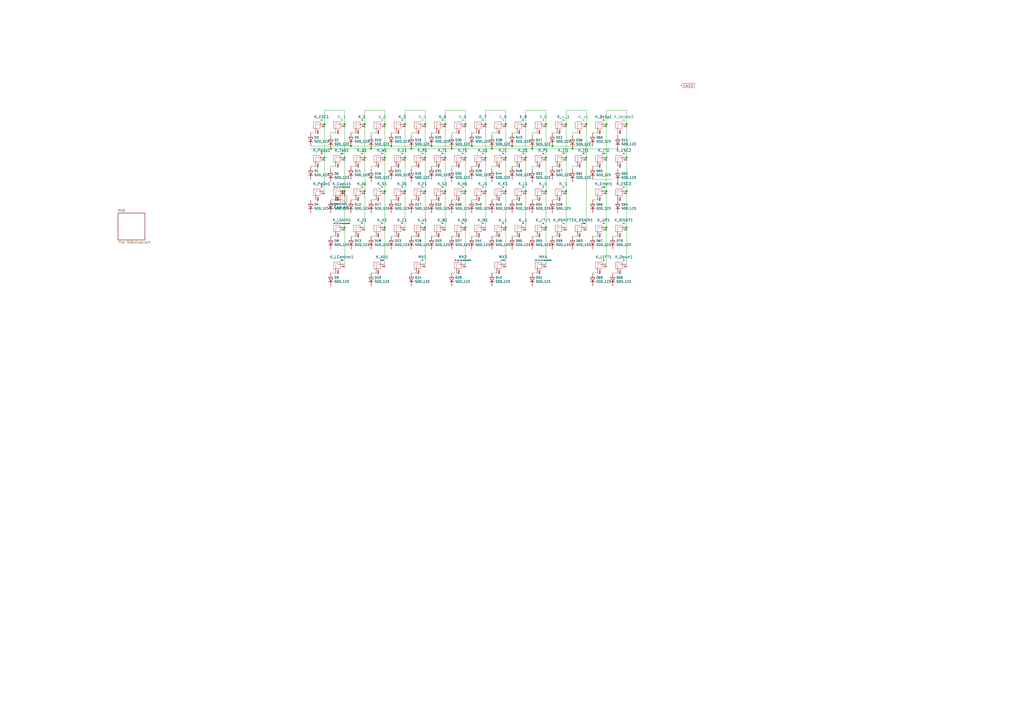
<source format=kicad_sch>
(kicad_sch (version 20211123) (generator eeschema)
  (paper "A2")
  (lib_symbols
    (symbol "Device:D" (pin_numbers hide) (pin_names (offset 1.016) hide)
      (property "Reference" "D" (at 0 2.54 0))
      (property "Value" "D" (at 0 -2.54 0))
      (symbol "D_0_1"
        (polyline (pts (xy -1.27 1.27) (xy -1.27 -1.27)) (stroke (width 0.254)))
        (polyline (pts (xy 1.27 0) (xy -1.27 0)))
        (polyline (pts (xy 1.27 1.27) (xy 1.27 -1.27) (xy -1.27 0) (xy 1.27 1.27)) (stroke (width 0.254)))
      )
      (symbol "D_1_1"
        (pin passive line (at -3.81 0 0) (length 2.54) (name "K") (number "1"))
        (pin passive line (at 3.81 0 180) (length 2.54) (name "A") (number "2"))
      )
    )
    (symbol "SawnsProjectAlice-rescue:MX-NoLED-MX_Alps_Hybrid" (pin_names (offset 1.016))
      (property "Reference" "MX" (at -0.635 3.81 0))
      (property "Value" "MX-NoLED-MX_Alps_Hybrid" (at -0.635 1.27 0))
      (symbol "MX-NoLED-MX_Alps_Hybrid_0_0"
        (rectangle (start -2.54 2.54) (end 1.27 -1.27))
        (polyline (pts (xy -1.27 -1.27) (xy -1.27 1.27)) (stroke (width 0.127)))
        (polyline (pts (xy 1.27 1.27) (xy 0 1.27) (xy -1.27 1.905)) (stroke (width 0.127)))
        (text "COL" (at 3.175 0 0) (effects (font (size 0.762 0.762))))
        (text "ROW" (at 0 -1.905 900) (effects (font (size 0.762 0.762)) (justify right)))
      )
      (symbol "MX-NoLED-MX_Alps_Hybrid_1_1"
        (pin passive line (at 3.81 1.27 180) (length 2.54) (name "COL") (number "1"))
        (pin passive line (at -1.27 -3.81 90) (length 2.54) (name "ROW") (number "2"))
      )
    )
  )
  (junction (at 270.002 110.871))
  (junction (at 188.214 72.009))
  (junction (at 199.898 91.44))
  (junction (at 246.634 110.871))
  (junction (at 293.37 131.953))
  (junction (at 258.318 72.009))
  (junction (at 293.37 91.44))
  (junction (at 234.95 72.009))
  (junction (at 316.738 131.953))
  (junction (at 316.738 91.44))
  (junction (at 340.106 72.009))
  (junction (at 211.582 110.871))
  (junction (at 293.37 110.871))
  (junction (at 246.634 131.953))
  (junction (at 281.686 110.871))
  (junction (at 340.106 91.44))
  (junction (at 270.002 91.44))
  (junction (at 285.369 86.233))
  (junction (at 246.634 91.44))
  (junction (at 363.474 110.871))
  (junction (at 305.054 91.44))
  (junction (at 191.897 86.233))
  (junction (at 258.318 110.871))
  (junction (at 270.002 72.009))
  (junction (at 270.002 131.953))
  (junction (at 188.214 91.44))
  (junction (at 223.266 110.871))
  (junction (at 316.738 72.009))
  (junction (at 328.422 110.871))
  (junction (at 194.818 115.951))
  (junction (at 250.317 84.709))
  (junction (at 308.737 86.233))
  (junction (at 238.633 86.233))
  (junction (at 351.79 72.009))
  (junction (at 351.79 91.44))
  (junction (at 363.474 72.009))
  (junction (at 258.318 91.44))
  (junction (at 262.001 86.233))
  (junction (at 273.685 84.709))
  (junction (at 199.898 110.871))
  (junction (at 281.686 91.44))
  (junction (at 211.582 91.44))
  (junction (at 203.581 84.709))
  (junction (at 199.898 72.009))
  (junction (at 281.686 72.009))
  (junction (at 328.422 91.44))
  (junction (at 316.738 110.871))
  (junction (at 226.949 84.709))
  (junction (at 363.474 91.44))
  (junction (at 351.79 131.953))
  (junction (at 351.79 110.871))
  (junction (at 234.95 91.44))
  (junction (at 363.474 131.953))
  (junction (at 234.95 110.871))
  (junction (at 223.266 131.953))
  (junction (at 246.634 72.009))
  (junction (at 199.898 131.953))
  (junction (at 223.266 91.44))
  (junction (at 223.266 72.009))
  (junction (at 320.421 84.709))
  (junction (at 211.582 72.009))
  (junction (at 328.422 72.009))
  (junction (at 332.105 86.233))
  (junction (at 305.054 110.871))
  (junction (at 293.37 72.009))
  (junction (at 215.265 86.233))
  (junction (at 305.054 72.009))
  (junction (at 297.053 84.709))
  (bus_entry (at 762 52.705) (size 2.54 2.54))
  (wire (pts (xy 281.686 72.009) (xy 281.686 64.008)))
  (wire (pts (xy 285.369 137.033) (xy 288.29 137.033)))
  (wire (pts (xy 332.105 77.089) (xy 332.105 78.613)))
  (wire (pts (xy 215.265 96.52) (xy 215.265 98.044)))
  (wire (pts (xy 355.473 137.033) (xy 358.394 137.033)))
  (wire (pts (xy 308.737 77.089) (xy 308.737 78.613)))
  (wire (pts (xy 262.001 86.233) (xy 285.369 86.233)))
  (wire (pts (xy 340.106 72.009) (xy 340.106 91.44)))
  (wire (pts (xy 297.053 115.951) (xy 299.974 115.951)))
  (wire (pts (xy 215.265 77.089) (xy 215.265 78.613)))
  (wire (pts (xy 246.634 91.44) (xy 246.634 110.871)))
  (wire (pts (xy 285.369 158.369) (xy 288.29 158.369)))
  (wire (pts (xy 223.266 72.009) (xy 223.266 91.44)))
  (wire (pts (xy 262.001 115.951) (xy 264.922 115.951)))
  (wire (pts (xy 305.054 72.009) (xy 305.054 91.44)))
  (wire (pts (xy 191.897 137.033) (xy 194.818 137.033)))
  (wire (pts (xy 270.002 64.008) (xy 270.002 72.009)))
  (wire (pts (xy 211.582 72.009) (xy 211.582 64.008)))
  (wire (pts (xy 188.214 91.44) (xy 188.214 110.871)))
  (wire (pts (xy 281.686 64.008) (xy 293.37 64.008)))
  (wire (pts (xy 270.002 72.009) (xy 270.002 91.44)))
  (wire (pts (xy 343.789 115.951) (xy 346.71 115.951)))
  (wire (pts (xy 226.949 115.951) (xy 229.87 115.951)))
  (wire (pts (xy 223.266 110.871) (xy 223.266 131.953)))
  (wire (pts (xy 273.685 137.033) (xy 276.606 137.033)))
  (wire (pts (xy 332.105 96.52) (xy 332.105 98.044)))
  (wire (pts (xy 340.106 91.44) (xy 340.106 131.953)))
  (wire (pts (xy 191.897 77.089) (xy 194.818 77.089)))
  (wire (pts (xy 351.79 64.008) (xy 363.474 64.008)))
  (wire (pts (xy 358.394 77.089) (xy 358.394 78.613)))
  (wire (pts (xy 332.105 96.52) (xy 335.026 96.52)))
  (wire (pts (xy 262.001 77.089) (xy 262.001 78.613)))
  (wire (pts (xy 343.789 77.089) (xy 346.71 77.089)))
  (wire (pts (xy 305.054 64.008) (xy 316.738 64.008)))
  (wire (pts (xy 223.266 131.953) (xy 223.266 153.289)))
  (wire (pts (xy 293.37 64.008) (xy 293.37 72.009)))
  (wire (pts (xy 234.95 110.871) (xy 234.95 131.953)))
  (wire (pts (xy 258.318 72.009) (xy 258.318 64.008)))
  (wire (pts (xy 234.95 72.009) (xy 234.95 64.008)))
  (wire (pts (xy 285.369 86.233) (xy 308.737 86.233)))
  (wire (pts (xy 273.685 77.089) (xy 276.606 77.089)))
  (wire (pts (xy 308.737 96.52) (xy 311.658 96.52)))
  (wire (pts (xy 305.054 91.44) (xy 305.054 110.871)))
  (wire (pts (xy 297.053 84.709) (xy 320.421 84.709)))
  (wire (pts (xy 223.266 91.44) (xy 223.266 110.871)))
  (wire (pts (xy 343.789 137.033) (xy 346.71 137.033)))
  (wire (pts (xy 285.369 96.52) (xy 285.369 98.044)))
  (wire (pts (xy 332.105 77.089) (xy 335.026 77.089)))
  (wire (pts (xy 320.421 96.52) (xy 323.342 96.52)))
  (wire (pts (xy 351.79 91.44) (xy 351.79 110.871)))
  (wire (pts (xy 203.708 137.033) (xy 206.502 137.033)))
  (wire (pts (xy 234.95 72.009) (xy 234.95 91.44)))
  (wire (pts (xy 262.001 77.089) (xy 264.922 77.089)))
  (wire (pts (xy 250.317 96.52) (xy 253.238 96.52)))
  (wire (pts (xy 188.214 72.009) (xy 188.214 91.44)))
  (wire (pts (xy 215.265 77.089) (xy 218.186 77.089)))
  (wire (pts (xy 199.898 110.871) (xy 199.898 131.953)))
  (wire (pts (xy 351.79 72.009) (xy 351.79 64.008)))
  (wire (pts (xy 328.422 91.44) (xy 328.422 110.871)))
  (wire (pts (xy 270.002 131.953) (xy 270.002 153.289)))
  (wire (pts (xy 188.214 64.008) (xy 199.898 64.008)))
  (wire (pts (xy 363.474 72.009) (xy 363.474 91.44)))
  (wire (pts (xy 250.317 77.089) (xy 253.238 77.089)))
  (wire (pts (xy 234.95 64.008) (xy 246.634 64.008)))
  (wire (pts (xy 215.265 115.951) (xy 218.186 115.951)))
  (wire (pts (xy 199.898 72.009) (xy 199.898 91.44)))
  (wire (pts (xy 320.421 84.709) (xy 343.789 84.709)))
  (wire (pts (xy 308.737 86.233) (xy 332.105 86.233)))
  (wire (pts (xy 226.949 137.033) (xy 229.87 137.033)))
  (wire (pts (xy 262.001 96.52) (xy 264.922 96.52)))
  (wire (pts (xy 270.002 91.44) (xy 270.002 110.871)))
  (wire (pts (xy 215.265 158.369) (xy 218.186 158.369)))
  (wire (pts (xy 320.421 137.033) (xy 323.342 137.033)))
  (wire (pts (xy 343.789 96.52) (xy 346.71 96.52)))
  (wire (pts (xy 246.634 110.871) (xy 246.634 131.953)))
  (wire (pts (xy 328.422 72.009) (xy 328.422 64.008)))
  (wire (pts (xy 316.738 131.953) (xy 316.738 153.289)))
  (wire (pts (xy 332.105 137.033) (xy 335.026 137.033)))
  (wire (pts (xy 363.474 110.871) (xy 363.474 131.953)))
  (wire (pts (xy 293.37 91.44) (xy 293.37 110.871)))
  (wire (pts (xy 320.421 77.089) (xy 323.342 77.089)))
  (wire (pts (xy 238.633 77.089) (xy 241.554 77.089)))
  (wire (pts (xy 308.737 115.951) (xy 311.658 115.951)))
  (wire (pts (xy 226.949 77.089) (xy 229.87 77.089)))
  (wire (pts (xy 363.474 64.008) (xy 363.474 72.009)))
  (wire (pts (xy 258.318 64.008) (xy 270.002 64.008)))
  (wire (pts (xy 180.213 96.52) (xy 183.134 96.52)))
  (wire (pts (xy 199.898 131.953) (xy 199.898 153.289)))
  (wire (pts (xy 328.422 110.871) (xy 328.422 131.953)))
  (wire (pts (xy 191.897 96.52) (xy 194.818 96.52)))
  (wire (pts (xy 273.685 115.951) (xy 276.606 115.951)))
  (wire (pts (xy 363.474 91.44) (xy 363.474 110.871)))
  (wire (pts (xy 211.582 72.009) (xy 211.582 91.44)))
  (wire (pts (xy 343.789 158.369) (xy 346.71 158.369)))
  (wire (pts (xy 351.79 131.953) (xy 351.79 153.289)))
  (wire (pts (xy 273.685 96.52) (xy 276.606 96.52)))
  (wire (pts (xy 215.265 137.033) (xy 218.186 137.033)))
  (wire (pts (xy 180.213 86.233) (xy 191.897 86.233)))
  (wire (pts (xy 316.738 91.44) (xy 316.738 110.871)))
  (wire (pts (xy 351.79 72.009) (xy 351.79 91.44)))
  (wire (pts (xy 297.053 137.033) (xy 299.974 137.033)))
  (wire (pts (xy 293.37 110.871) (xy 293.37 131.953)))
  (wire (pts (xy 203.581 84.709) (xy 226.949 84.709)))
  (wire (pts (xy 211.582 91.44) (xy 211.582 110.871)))
  (wire (pts (xy 343.789 104.14) (xy 355.473 104.14)))
  (wire (pts (xy 223.266 64.008) (xy 223.266 72.009)))
  (wire (pts (xy 285.369 77.089) (xy 288.29 77.089)))
  (wire (pts (xy 320.421 115.951) (xy 323.342 115.951)))
  (wire (pts (xy 226.949 84.709) (xy 250.317 84.709)))
  (wire (pts (xy 191.897 96.52) (xy 191.897 98.044)))
  (wire (pts (xy 308.737 96.52) (xy 308.737 98.044)))
  (wire (pts (xy 246.634 72.009) (xy 246.634 91.44)))
  (wire (pts (xy 250.317 137.033) (xy 253.238 137.033)))
  (wire (pts (xy 238.633 115.951) (xy 241.554 115.951)))
  (wire (pts (xy 238.633 86.233) (xy 262.001 86.233)))
  (wire (pts (xy 188.214 72.009) (xy 188.214 64.008)))
  (wire (pts (xy 250.317 84.709) (xy 273.685 84.709)))
  (wire (pts (xy 285.369 77.089) (xy 285.369 78.613)))
  (wire (pts (xy 281.686 110.871) (xy 281.686 131.953)))
  (wire (pts (xy 355.473 158.369) (xy 358.394 158.369)))
  (wire (pts (xy 297.053 96.52) (xy 299.974 96.52)))
  (wire (pts (xy 199.898 91.44) (xy 199.898 110.871)))
  (wire (pts (xy 211.582 110.871) (xy 211.582 131.953)))
  (wire (pts (xy 258.318 91.44) (xy 258.318 110.871)))
  (wire (pts (xy 191.897 86.233) (xy 215.265 86.233)))
  (wire (pts (xy 258.318 72.009) (xy 258.318 91.44)))
  (wire (pts (xy 246.634 131.953) (xy 246.634 153.289)))
  (wire (pts (xy 238.633 96.52) (xy 238.633 98.044)))
  (wire (pts (xy 203.581 115.951) (xy 206.502 115.951)))
  (wire (pts (xy 270.002 110.871) (xy 270.002 131.953)))
  (wire (pts (xy 234.95 91.44) (xy 234.95 110.871)))
  (wire (pts (xy 199.898 64.008) (xy 199.898 72.009)))
  (wire (pts (xy 316.738 72.009) (xy 316.738 91.44)))
  (wire (pts (xy 316.738 64.008) (xy 316.738 72.009)))
  (wire (pts (xy 238.633 158.369) (xy 241.554 158.369)))
  (wire (pts (xy 180.213 84.709) (xy 203.581 84.709)))
  (wire (pts (xy 340.106 64.008) (xy 340.106 72.009)))
  (wire (pts (xy 191.897 115.951) (xy 194.818 115.951)))
  (wire (pts (xy 297.053 77.089) (xy 299.974 77.089)))
  (wire (pts (xy 328.422 64.008) (xy 340.106 64.008)))
  (wire (pts (xy 246.634 64.008) (xy 246.634 72.009)))
  (wire (pts (xy 203.581 96.52) (xy 206.502 96.52)))
  (wire (pts (xy 285.369 96.52) (xy 288.29 96.52)))
  (wire (pts (xy 215.265 96.52) (xy 218.186 96.52)))
  (wire (pts (xy 351.79 110.871) (xy 351.79 131.953)))
  (wire (pts (xy 226.949 96.52) (xy 229.87 96.52)))
  (wire (pts (xy 363.474 131.953) (xy 363.474 153.289)))
  (wire (pts (xy 211.582 64.008) (xy 223.266 64.008)))
  (wire (pts (xy 308.737 158.369) (xy 311.658 158.369)))
  (wire (pts (xy 258.318 110.871) (xy 258.318 131.953)))
  (wire (pts (xy 281.686 91.44) (xy 281.686 110.871)))
  (wire (pts (xy 328.422 72.009) (xy 328.422 91.44)))
  (wire (pts (xy 180.213 77.089) (xy 183.134 77.089)))
  (wire (pts (xy 293.37 131.953) (xy 293.37 153.289)))
  (wire (pts (xy 191.897 158.369) (xy 194.818 158.369)))
  (wire (pts (xy 238.633 96.52) (xy 241.554 96.52)))
  (wire (pts (xy 262.001 137.033) (xy 264.922 137.033)))
  (wire (pts (xy 262.001 96.52) (xy 262.001 98.044)))
  (wire (pts (xy 238.633 137.033) (xy 241.554 137.033)))
  (wire (pts (xy 305.054 72.009) (xy 305.054 64.008)))
  (wire (pts (xy 238.633 77.089) (xy 238.633 78.613)))
  (wire (pts (xy 293.37 72.009) (xy 293.37 91.44)))
  (wire (pts (xy 308.737 137.033) (xy 311.658 137.033)))
  (wire (pts (xy 191.897 77.089) (xy 191.897 78.613)))
  (wire (pts (xy 203.581 77.089) (xy 206.502 77.089)))
  (wire (pts (xy 305.054 110.871) (xy 305.054 131.953)))
  (wire (pts (xy 250.317 115.951) (xy 253.238 115.951)))
  (wire (pts (xy 281.686 72.009) (xy 281.686 91.44)))
  (wire (pts (xy 215.265 86.233) (xy 238.633 86.233)))
  (wire (pts (xy 316.738 110.871) (xy 316.738 131.953)))
  (wire (pts (xy 332.105 86.233) (xy 358.394 86.233)))
  (wire (pts (xy 273.685 84.709) (xy 297.053 84.709)))
  (wire (pts (xy 308.737 77.089) (xy 311.658 77.089)))
  (wire (pts (xy 285.369 115.951) (xy 288.29 115.951)))
  (wire (pts (xy 262.001 158.369) (xy 264.922 158.369)))
  (global_label "Col13" (shape input) (at 394.97 49.53 0) (property "Intersheet References" "${INTERSHEET_REFS}" (effects hide)))
  (symbol (lib_id "SawnsProjectAlice-rescue:MX-NoLED-MX_Alps_Hybrid") (at 198.628 114.681 180) (unit 1)
    (property "Reference" "K_CapLk2" (at 196.4436 120.1928 0) (effects (font (size 1.524 1.524))))
    (property "Value" "MX-1U-MX_Alps_Hybrids" (at 196.4436 118.3132 0) (effects (font (size 0.508 0.508))))
  )
  (symbol (lib_id "SawnsProjectAlice-rescue:MX-NoLED-MX_Alps_Hybrid") (at 184.404 73.279 0) (unit 1)
    (property "Reference" "K_ESC1" (at 186.5884 67.7672 0) (effects (font (size 1.524 1.524))))
    (property "Value" "1U" (at 186.5884 69.6468 0) (effects (font (size 0.508 0.508))))
    (property "Footprint" "MX_Only_v4:MXOnly-1U-Hotswap-Sawns" (effects hide))
  )
  (symbol (lib_id "SawnsProjectAlice-rescue:MX-NoLED-MX_Alps_Hybrid") (at 184.404 92.71 0) (unit 1)
    (property "Reference" "K_PgUp1" (at 186.5884 87.1982 0) (effects (font (size 1.524 1.524))))
    (property "Value" "1U" (at 186.5884 89.0778 0) (effects (font (size 0.508 0.508))))
    (property "Footprint" "MX_Only_v4:MXOnly-1U-Hotswap-Sawns" (effects hide))
  )
  (symbol (lib_id "SawnsProjectAlice-rescue:MX-NoLED-MX_Alps_Hybrid") (at 196.088 133.223 0) (unit 1)
    (property "Reference" "K_LShift1" (at 198.2724 127.7112 0) (effects (font (size 1.524 1.524))))
    (property "Value" "MX-1U-MX_Alps_Hybrids" (at 198.2724 129.5908 0) (effects (font (size 0.508 0.508))))
    (property "Footprint" "MX_Only_v4:MXOnly-2.25U-Hotswap-ReversedStabilizers-Sawns" (effects hide))
  )
  (symbol (lib_id "SawnsProjectAlice-rescue:MX-NoLED-MX_Alps_Hybrid") (at 196.088 154.559 0) (unit 1)
    (property "Reference" "K_LControl1" (at 198.2724 149.0472 0) (effects (font (size 1.524 1.524))))
    (property "Value" "1.5U" (at 198.2724 150.9268 0) (effects (font (size 0.508 0.508))))
    (property "Footprint" "MX_Only_v4:MXOnly-1.5U-Hotswap-Sawns" (effects hide))
  )
  (symbol (lib_id "SawnsProjectAlice-rescue:MX-NoLED-MX_Alps_Hybrid") (at 266.192 133.223 0) (unit 1)
    (property "Reference" "K_N1" (at 268.3764 127.7112 0) (effects (font (size 1.524 1.524))))
    (property "Value" "1U" (at 268.3764 129.5908 0) (effects (font (size 0.508 0.508))))
    (property "Footprint" "MX_Only_v4:MXOnly-1U-Hotswap-Sawns" (effects hide))
  )
  (symbol (lib_id "SawnsProjectAlice-rescue:MX-NoLED-MX_Alps_Hybrid") (at 196.088 73.279 0) (unit 1)
    (property "Reference" "K_`1" (at 198.2724 67.7672 0) (effects (font (size 1.524 1.524))))
    (property "Value" "1U" (at 198.2724 69.6468 0) (effects (font (size 0.508 0.508))))
    (property "Footprint" "MX_Only_v4:MXOnly-1U-Hotswap-Sawns" (effects hide))
  )
  (symbol (lib_id "SawnsProjectAlice-rescue:MX-NoLED-MX_Alps_Hybrid") (at 196.088 92.71 0) (unit 1)
    (property "Reference" "K_Tab1" (at 198.2724 87.1982 0) (effects (font (size 1.524 1.524))))
    (property "Value" "1.5U" (at 198.2724 89.0778 0) (effects (font (size 0.508 0.508))))
    (property "Footprint" "MX_Only_v4:MXOnly-1.5U-Hotswap-Sawns" (effects hide))
  )
  (symbol (lib_id "SawnsProjectAlice-rescue:MX-NoLED-MX_Alps_Hybrid") (at 196.088 112.141 0) (unit 1)
    (property "Reference" "K_CapLk1" (at 198.2724 106.6292 0) (effects (font (size 1.524 1.524))))
    (property "Value" "MX-1U-MX_Alps_Hybrids" (at 198.2724 108.5088 0) (effects (font (size 0.508 0.508))))
    (property "Footprint" "MX_Only_v4:MXOnly-1.75U-Hotswap-Sawns" (effects hide))
  )
  (symbol (lib_id "SawnsProjectAlice-rescue:MX-NoLED-MX_Alps_Hybrid") (at 207.772 133.223 0) (unit 1)
    (property "Reference" "K_Z1" (at 209.9564 127.7112 0) (effects (font (size 1.524 1.524))))
    (property "Value" "1U" (at 209.9564 129.5908 0) (effects (font (size 0.508 0.508))))
    (property "Footprint" "MX_Only_v4:MXOnly-1U-Hotswap-Sawns" (effects hide))
  )
  (symbol (lib_id "SawnsProjectAlice-rescue:MX-NoLED-MX_Alps_Hybrid") (at 207.772 73.279 0) (unit 1)
    (property "Reference" "K_1" (at 209.9564 67.7672 0) (effects (font (size 1.524 1.524))))
    (property "Value" "1U" (at 209.9564 69.6468 0) (effects (font (size 0.508 0.508))))
    (property "Footprint" "MX_Only_v4:MXOnly-1U-Hotswap-Sawns" (effects hide))
  )
  (symbol (lib_id "SawnsProjectAlice-rescue:MX-NoLED-MX_Alps_Hybrid") (at 207.772 92.71 0) (unit 1)
    (property "Reference" "K_Q1" (at 209.9564 87.1982 0) (effects (font (size 1.524 1.524))))
    (property "Value" "1U" (at 209.9564 89.0778 0) (effects (font (size 0.508 0.508))))
    (property "Footprint" "MX_Only_v4:MXOnly-1U-Hotswap-Sawns" (effects hide))
  )
  (symbol (lib_id "SawnsProjectAlice-rescue:MX-NoLED-MX_Alps_Hybrid") (at 207.772 112.141 0) (unit 1)
    (property "Reference" "K_A1" (at 209.9564 106.6292 0) (effects (font (size 1.524 1.524))))
    (property "Value" "1U" (at 209.9564 108.5088 0) (effects (font (size 0.508 0.508))))
    (property "Footprint" "MX_Only_v4:MXOnly-1U-Hotswap-Sawns" (effects hide))
  )
  (symbol (lib_id "SawnsProjectAlice-rescue:MX-NoLED-MX_Alps_Hybrid") (at 219.456 133.223 0) (unit 1)
    (property "Reference" "K_X1" (at 221.6404 127.7112 0) (effects (font (size 1.524 1.524))))
    (property "Value" "1U" (at 221.6404 129.5908 0) (effects (font (size 0.508 0.508))))
    (property "Footprint" "MX_Only_v4:MXOnly-1U-Hotswap-Sawns" (effects hide))
  )
  (symbol (lib_id "SawnsProjectAlice-rescue:MX-NoLED-MX_Alps_Hybrid") (at 242.824 154.559 0) (unit 1)
    (property "Reference" "MX1" (at 245.0084 149.0472 0) (effects (font (size 1.524 1.524))))
    (property "Value" "2U" (at 245.0084 150.9268 0) (effects (font (size 0.508 0.508))))
    (property "Footprint" "MX_Only_v4:MXOnly-2U-Hotswap-ReversedStabilizers-Sawns" (effects hide))
  )
  (symbol (lib_id "SawnsProjectAlice-rescue:MX-NoLED-MX_Alps_Hybrid") (at 219.456 92.71 0) (unit 1)
    (property "Reference" "K_W1" (at 221.6404 87.1982 0) (effects (font (size 1.524 1.524))))
    (property "Value" "1U" (at 221.6404 89.0778 0) (effects (font (size 0.508 0.508))))
    (property "Footprint" "MX_Only_v4:MXOnly-1U-Hotswap-Sawns" (effects hide))
  )
  (symbol (lib_id "SawnsProjectAlice-rescue:MX-NoLED-MX_Alps_Hybrid") (at 219.456 112.141 0) (unit 1)
    (property "Reference" "K_S1" (at 221.6404 106.6292 0) (effects (font (size 1.524 1.524))))
    (property "Value" "1U" (at 221.6404 108.5088 0) (effects (font (size 0.508 0.508))))
    (property "Footprint" "MX_Only_v4:MXOnly-1U-Hotswap-Sawns" (effects hide))
  )
  (symbol (lib_id "SawnsProjectAlice-rescue:MX-NoLED-MX_Alps_Hybrid") (at 219.456 73.279 0) (unit 1)
    (property "Reference" "K_2" (at 221.6404 67.7672 0) (effects (font (size 1.524 1.524))))
    (property "Value" "1U" (at 221.6404 69.6468 0) (effects (font (size 0.508 0.508))))
    (property "Footprint" "MX_Only_v4:MXOnly-1U-Hotswap-Sawns" (effects hide))
  )
  (symbol (lib_id "SawnsProjectAlice-rescue:MX-NoLED-MX_Alps_Hybrid") (at 254.508 73.279 0) (unit 1)
    (property "Reference" "K_5" (at 256.6924 67.7672 0) (effects (font (size 1.524 1.524))))
    (property "Value" "1U" (at 256.6924 69.6468 0) (effects (font (size 0.508 0.508))))
    (property "Footprint" "MX_Only_v4:MXOnly-1U-Hotswap-Sawns" (effects hide))
  )
  (symbol (lib_id "SawnsProjectAlice-rescue:MX-NoLED-MX_Alps_Hybrid") (at 231.14 133.223 0) (unit 1)
    (property "Reference" "K_C1" (at 233.3244 127.7112 0) (effects (font (size 1.524 1.524))))
    (property "Value" "1U" (at 233.3244 129.5908 0) (effects (font (size 0.508 0.508))))
    (property "Footprint" "MX_Only_v4:MXOnly-1U-Hotswap-Sawns" (effects hide))
  )
  (symbol (lib_id "SawnsProjectAlice-rescue:MX-NoLED-MX_Alps_Hybrid") (at 231.14 73.279 0) (unit 1)
    (property "Reference" "K_3" (at 233.3244 67.7672 0) (effects (font (size 1.524 1.524))))
    (property "Value" "1U" (at 233.3244 69.6468 0) (effects (font (size 0.508 0.508))))
    (property "Footprint" "MX_Only_v4:MXOnly-1U-Hotswap-Sawns" (effects hide))
  )
  (symbol (lib_id "SawnsProjectAlice-rescue:MX-NoLED-MX_Alps_Hybrid") (at 231.14 92.71 0) (unit 1)
    (property "Reference" "K_E1" (at 233.3244 87.1982 0) (effects (font (size 1.524 1.524))))
    (property "Value" "1U" (at 233.3244 89.0778 0) (effects (font (size 0.508 0.508))))
    (property "Footprint" "MX_Only_v4:MXOnly-1U-Hotswap-Sawns" (effects hide))
  )
  (symbol (lib_id "SawnsProjectAlice-rescue:MX-NoLED-MX_Alps_Hybrid") (at 231.14 112.141 0) (unit 1)
    (property "Reference" "K_D1" (at 233.3244 106.6292 0) (effects (font (size 1.524 1.524))))
    (property "Value" "1U" (at 233.3244 108.5088 0) (effects (font (size 0.508 0.508))))
    (property "Footprint" "MX_Only_v4:MXOnly-1U-Hotswap-Sawns" (effects hide))
  )
  (symbol (lib_id "SawnsProjectAlice-rescue:MX-NoLED-MX_Alps_Hybrid") (at 242.824 133.223 0) (unit 1)
    (property "Reference" "K_V1" (at 245.0084 127.7112 0) (effects (font (size 1.524 1.524))))
    (property "Value" "1U" (at 245.0084 129.5908 0) (effects (font (size 0.508 0.508))))
    (property "Footprint" "MX_Only_v4:MXOnly-1U-Hotswap-Sawns" (effects hide))
  )
  (symbol (lib_id "SawnsProjectAlice-rescue:MX-NoLED-MX_Alps_Hybrid") (at 266.192 154.559 0) (unit 1)
    (property "Reference" "MX2" (at 268.3764 149.0472 0) (effects (font (size 1.524 1.524))))
    (property "Value" "MX-1U-MX_Alps_Hybrids" (at 268.3764 150.9268 0) (effects (font (size 0.508 0.508))))
    (property "Footprint" "MX_Only_v4:MXOnly-1U-Hotswap-Sawns" (effects hide))
  )
  (symbol (lib_id "SawnsProjectAlice-rescue:MX-NoLED-MX_Alps_Hybrid") (at 242.824 92.71 0) (unit 1)
    (property "Reference" "K_R1" (at 245.0084 87.1982 0) (effects (font (size 1.524 1.524))))
    (property "Value" "1U" (at 245.0084 89.0778 0) (effects (font (size 0.508 0.508))))
    (property "Footprint" "MX_Only_v4:MXOnly-1U-Hotswap-Sawns" (effects hide))
  )
  (symbol (lib_id "SawnsProjectAlice-rescue:MX-NoLED-MX_Alps_Hybrid") (at 242.824 112.141 0) (unit 1)
    (property "Reference" "K_F1" (at 245.0084 106.6292 0) (effects (font (size 1.524 1.524))))
    (property "Value" "1U" (at 245.0084 108.5088 0) (effects (font (size 0.508 0.508))))
    (property "Footprint" "MX_Only_v4:MXOnly-1U-Hotswap-Sawns" (effects hide))
  )
  (symbol (lib_id "SawnsProjectAlice-rescue:MX-NoLED-MX_Alps_Hybrid") (at 242.824 73.279 0) (unit 1)
    (property "Reference" "K_4" (at 245.0084 67.7672 0) (effects (font (size 1.524 1.524))))
    (property "Value" "1U" (at 245.0084 69.6468 0) (effects (font (size 0.508 0.508))))
    (property "Footprint" "MX_Only_v4:MXOnly-1U-Hotswap-Sawns" (effects hide))
  )
  (symbol (lib_id "SawnsProjectAlice-rescue:MX-NoLED-MX_Alps_Hybrid") (at 219.456 154.559 0) (unit 1)
    (property "Reference" "K_Alt1" (at 221.6404 149.0472 0) (effects (font (size 1.524 1.524))))
    (property "Value" "1.25U" (at 221.6404 150.9268 0) (effects (font (size 0.508 0.508))))
    (property "Footprint" "MX_Only_v4:MXOnly-1.25U-Hotswap-Sawns" (effects hide))
  )
  (symbol (lib_id "SawnsProjectAlice-rescue:MX-NoLED-MX_Alps_Hybrid") (at 266.192 73.279 0) (unit 1)
    (property "Reference" "K_6" (at 268.3764 67.7672 0) (effects (font (size 1.524 1.524))))
    (property "Value" "1U" (at 268.3764 69.6468 0) (effects (font (size 0.508 0.508))))
    (property "Footprint" "MX_Only_v4:MXOnly-1U-Hotswap-Sawns" (effects hide))
  )
  (symbol (lib_id "SawnsProjectAlice-rescue:MX-NoLED-MX_Alps_Hybrid") (at 277.876 133.223 0) (unit 1)
    (property "Reference" "K_M1" (at 280.0604 127.7112 0) (effects (font (size 1.524 1.524))))
    (property "Value" "1U" (at 280.0604 129.5908 0) (effects (font (size 0.508 0.508))))
    (property "Footprint" "MX_Only_v4:MXOnly-1U-Hotswap-Sawns" (effects hide))
  )
  (symbol (lib_id "SawnsProjectAlice-rescue:MX-NoLED-MX_Alps_Hybrid") (at 289.56 154.559 0) (unit 1)
    (property "Reference" "MX3" (at 291.7444 149.0472 0) (effects (font (size 1.524 1.524))))
    (property "Value" "2.75U" (at 291.7444 150.9268 0) (effects (font (size 0.508 0.508))))
    (property "Footprint" "MX_Only_v4:MXOnly-2.75U-Hotswap-ReversedStabilizers-Sawns" (effects hide))
  )
  (symbol (lib_id "SawnsProjectAlice-rescue:MX-NoLED-MX_Alps_Hybrid") (at 266.192 92.71 0) (unit 1)
    (property "Reference" "K_Y1" (at 268.3764 87.1982 0) (effects (font (size 1.524 1.524))))
    (property "Value" "1U" (at 268.3764 89.0778 0) (effects (font (size 0.508 0.508))))
    (property "Footprint" "MX_Only_v4:MXOnly-1U-Hotswap-Sawns" (effects hide))
  )
  (symbol (lib_id "SawnsProjectAlice-rescue:MX-NoLED-MX_Alps_Hybrid") (at 266.192 112.141 0) (unit 1)
    (property "Reference" "K_H1" (at 268.3764 106.6292 0) (effects (font (size 1.524 1.524))))
    (property "Value" "1U" (at 268.3764 108.5088 0) (effects (font (size 0.508 0.508))))
    (property "Footprint" "MX_Only_v4:MXOnly-1U-Hotswap-Sawns" (effects hide))
  )
  (symbol (lib_id "SawnsProjectAlice-rescue:MX-NoLED-MX_Alps_Hybrid") (at 277.876 73.279 0) (unit 1)
    (property "Reference" "K_7" (at 280.0604 67.7672 0) (effects (font (size 1.524 1.524))))
    (property "Value" "1U" (at 280.0604 69.6468 0) (effects (font (size 0.508 0.508))))
    (property "Footprint" "MX_Only_v4:MXOnly-1U-Hotswap-Sawns" (effects hide))
  )
  (symbol (lib_id "SawnsProjectAlice-rescue:MX-NoLED-MX_Alps_Hybrid") (at 289.56 133.223 0) (unit 1)
    (property "Reference" "K_,1" (at 291.7444 127.7112 0) (effects (font (size 1.524 1.524))))
    (property "Value" "1U" (at 291.7444 129.5908 0) (effects (font (size 0.508 0.508))))
    (property "Footprint" "MX_Only_v4:MXOnly-1U-Hotswap-Sawns" (effects hide))
  )
  (symbol (lib_id "SawnsProjectAlice-rescue:MX-NoLED-MX_Alps_Hybrid") (at 277.876 92.71 0) (unit 1)
    (property "Reference" "K_U1" (at 280.0604 87.1982 0) (effects (font (size 1.524 1.524))))
    (property "Value" "1U" (at 280.0604 89.0778 0) (effects (font (size 0.508 0.508))))
    (property "Footprint" "MX_Only_v4:MXOnly-1U-Hotswap-Sawns" (effects hide))
  )
  (symbol (lib_id "SawnsProjectAlice-rescue:MX-NoLED-MX_Alps_Hybrid") (at 277.876 112.141 0) (unit 1)
    (property "Reference" "K_J1" (at 280.0604 106.6292 0) (effects (font (size 1.524 1.524))))
    (property "Value" "1U" (at 280.0604 108.5088 0) (effects (font (size 0.508 0.508))))
    (property "Footprint" "MX_Only_v4:MXOnly-1U-Hotswap-Sawns" (effects hide))
  )
  (symbol (lib_id "SawnsProjectAlice-rescue:MX-NoLED-MX_Alps_Hybrid") (at 289.56 73.279 0) (unit 1)
    (property "Reference" "K_8" (at 291.7444 67.7672 0) (effects (font (size 1.524 1.524))))
    (property "Value" "1U" (at 291.7444 69.6468 0) (effects (font (size 0.508 0.508))))
    (property "Footprint" "MX_Only_v4:MXOnly-1U-Hotswap-Sawns" (effects hide))
  )
  (symbol (lib_id "SawnsProjectAlice-rescue:MX-NoLED-MX_Alps_Hybrid") (at 301.244 133.223 0) (unit 1)
    (property "Reference" "K_.1" (at 303.4284 127.7112 0) (effects (font (size 1.524 1.524))))
    (property "Value" "1U" (at 303.4284 129.5908 0) (effects (font (size 0.508 0.508))))
    (property "Footprint" "MX_Only_v4:MXOnly-1U-Hotswap-Sawns" (effects hide))
  )
  (symbol (lib_id "SawnsProjectAlice-rescue:MX-NoLED-MX_Alps_Hybrid") (at 312.928 154.559 0) (unit 1)
    (property "Reference" "MX4" (at 315.1124 149.0472 0) (effects (font (size 1.524 1.524))))
    (property "Value" "MX-1U-MX_Alps_Hybrids" (at 315.1124 150.9268 0) (effects (font (size 0.508 0.508))))
    (property "Footprint" "MX_Only_v4:MXOnly-1U-Hotswap-Sawns" (effects hide))
  )
  (symbol (lib_id "SawnsProjectAlice-rescue:MX-NoLED-MX_Alps_Hybrid") (at 289.56 92.71 0) (unit 1)
    (property "Reference" "K_I1" (at 291.7444 87.1982 0) (effects (font (size 1.524 1.524))))
    (property "Value" "1U" (at 291.7444 89.0778 0) (effects (font (size 0.508 0.508))))
    (property "Footprint" "MX_Only_v4:MXOnly-1U-Hotswap-Sawns" (effects hide))
  )
  (symbol (lib_id "SawnsProjectAlice-rescue:MX-NoLED-MX_Alps_Hybrid") (at 289.56 112.141 0) (unit 1)
    (property "Reference" "K_K1" (at 291.7444 106.6292 0) (effects (font (size 1.524 1.524))))
    (property "Value" "1U" (at 291.7444 108.5088 0) (effects (font (size 0.508 0.508))))
    (property "Footprint" "MX_Only_v4:MXOnly-1U-Hotswap-Sawns" (effects hide))
  )
  (symbol (lib_id "SawnsProjectAlice-rescue:MX-NoLED-MX_Alps_Hybrid") (at 301.244 73.279 0) (unit 1)
    (property "Reference" "K_9" (at 303.4284 67.7672 0) (effects (font (size 1.524 1.524))))
    (property "Value" "1U" (at 303.4284 69.6468 0) (effects (font (size 0.508 0.508))))
    (property "Footprint" "MX_Only_v4:MXOnly-1U-Hotswap-Sawns" (effects hide))
  )
  (symbol (lib_id "SawnsProjectAlice-rescue:MX-NoLED-MX_Alps_Hybrid") (at 312.928 133.223 0) (unit 1)
    (property "Reference" "K_/?/1" (at 315.1124 127.7112 0) (effects (font (size 1.524 1.524))))
    (property "Value" "1U" (at 315.1124 129.5908 0) (effects (font (size 0.508 0.508))))
    (property "Footprint" "MX_Only_v4:MXOnly-1U-Hotswap-Sawns" (effects hide))
  )
  (symbol (lib_id "SawnsProjectAlice-rescue:MX-NoLED-MX_Alps_Hybrid") (at 301.244 92.71 0) (unit 1)
    (property "Reference" "K_O1" (at 303.4284 87.1982 0) (effects (font (size 1.524 1.524))))
    (property "Value" "1U" (at 303.4284 89.0778 0) (effects (font (size 0.508 0.508))))
    (property "Footprint" "MX_Only_v4:MXOnly-1U-Hotswap-Sawns" (effects hide))
  )
  (symbol (lib_id "SawnsProjectAlice-rescue:MX-NoLED-MX_Alps_Hybrid") (at 301.244 112.141 0) (unit 1)
    (property "Reference" "K_L1" (at 303.4284 106.6292 0) (effects (font (size 1.524 1.524))))
    (property "Value" "1U" (at 303.4284 108.5088 0) (effects (font (size 0.508 0.508))))
    (property "Footprint" "MX_Only_v4:MXOnly-1U-Hotswap-Sawns" (effects hide))
  )
  (symbol (lib_id "SawnsProjectAlice-rescue:MX-NoLED-MX_Alps_Hybrid") (at 312.928 73.279 0) (unit 1)
    (property "Reference" "K_0" (at 315.1124 67.7672 0) (effects (font (size 1.524 1.524))))
    (property "Value" "1U" (at 315.1124 69.6468 0) (effects (font (size 0.508 0.508))))
    (property "Footprint" "MX_Only_v4:MXOnly-1U-Hotswap-Sawns" (effects hide))
  )
  (symbol (lib_id "SawnsProjectAlice-rescue:MX-NoLED-MX_Alps_Hybrid") (at 324.612 133.223 0) (unit 1)
    (property "Reference" "K_RSHIFT3" (at 326.7964 127.7112 0) (effects (font (size 1.524 1.524))))
    (property "Value" "1U" (at 326.7964 129.5908 0) (effects (font (size 0.508 0.508))))
    (property "Footprint" "MX_Only_v4:MXOnly-1U-Hotswap-Sawns" (effects hide))
  )
  (symbol (lib_id "SawnsProjectAlice-rescue:MX-NoLED-MX_Alps_Hybrid") (at 312.928 92.71 0) (unit 1)
    (property "Reference" "K_P1" (at 315.1124 87.1982 0) (effects (font (size 1.524 1.524))))
    (property "Value" "1U" (at 315.1124 89.0778 0) (effects (font (size 0.508 0.508))))
    (property "Footprint" "MX_Only_v4:MXOnly-1U-Hotswap-Sawns" (effects hide))
  )
  (symbol (lib_id "SawnsProjectAlice-rescue:MX-NoLED-MX_Alps_Hybrid") (at 312.928 112.141 0) (unit 1)
    (property "Reference" "K_;1" (at 315.1124 106.6292 0) (effects (font (size 1.524 1.524))))
    (property "Value" "1U" (at 315.1124 108.5088 0) (effects (font (size 0.508 0.508))))
    (property "Footprint" "MX_Only_v4:MXOnly-1U-Hotswap-Sawns" (effects hide))
  )
  (symbol (lib_id "SawnsProjectAlice-rescue:MX-NoLED-MX_Alps_Hybrid") (at 324.612 73.279 0) (unit 1)
    (property "Reference" "K_-_1" (at 326.7964 67.7672 0) (effects (font (size 1.524 1.524))))
    (property "Value" "1U" (at 326.7964 69.6468 0) (effects (font (size 0.508 0.508))))
    (property "Footprint" "MX_Only_v4:MXOnly-1U-Hotswap-Sawns" (effects hide))
  )
  (symbol (lib_id "SawnsProjectAlice-rescue:MX-NoLED-MX_Alps_Hybrid") (at 336.296 133.223 0) (unit 1)
    (property "Reference" "K_RShift1" (at 338.4804 127.7112 0) (effects (font (size 1.524 1.524))))
    (property "Value" "1.75U" (at 338.4804 129.5908 0) (effects (font (size 0.508 0.508))))
    (property "Footprint" "MX_Only_v4:MXOnly-1.75U-Hotswap-Sawns" (effects hide))
  )
  (symbol (lib_id "SawnsProjectAlice-rescue:MX-NoLED-MX_Alps_Hybrid") (at 324.612 92.71 0) (unit 1)
    (property "Reference" "K_{[1" (at 326.7964 87.1982 0) (effects (font (size 1.524 1.524))))
    (property "Value" "1U" (at 326.7964 89.0778 0) (effects (font (size 0.508 0.508))))
    (property "Footprint" "MX_Only_v4:MXOnly-1U-Hotswap-Sawns" (effects hide))
  )
  (symbol (lib_id "SawnsProjectAlice-rescue:MX-NoLED-MX_Alps_Hybrid") (at 324.612 112.141 0) (unit 1)
    (property "Reference" "K_'1" (at 326.7964 106.6292 0) (effects (font (size 1.524 1.524))))
    (property "Value" "1U" (at 326.7964 108.5088 0) (effects (font (size 0.508 0.508))))
    (property "Footprint" "MX_Only_v4:MXOnly-1U-Hotswap-Sawns" (effects hide))
  )
  (symbol (lib_id "SawnsProjectAlice-rescue:MX-NoLED-MX_Alps_Hybrid") (at 336.296 73.279 0) (unit 1)
    (property "Reference" "K_+1" (at 338.4804 67.7672 0) (effects (font (size 1.524 1.524))))
    (property "Value" "1U" (at 338.4804 69.6468 0) (effects (font (size 0.508 0.508))))
    (property "Footprint" "MX_Only_v4:MXOnly-1U-Hotswap-Sawns" (effects hide))
  )
  (symbol (lib_id "SawnsProjectAlice-rescue:MX-NoLED-MX_Alps_Hybrid") (at 336.296 92.71 0) (unit 1)
    (property "Reference" "K_]}1" (at 338.4804 87.1982 0) (effects (font (size 1.524 1.524))))
    (property "Value" "1U" (at 338.4804 89.0778 0) (effects (font (size 0.508 0.508))))
    (property "Footprint" "MX_Only_v4:MXOnly-1U-Hotswap-Sawns" (effects hide))
  )
  (symbol (lib_id "SawnsProjectAlice-rescue:MX-NoLED-MX_Alps_Hybrid") (at 347.98 133.223 0) (unit 1)
    (property "Reference" "K_UP1" (at 350.1644 127.7112 0) (effects (font (size 1.524 1.524))))
    (property "Value" "1U" (at 350.1644 129.5908 0) (effects (font (size 0.508 0.508))))
    (property "Footprint" "MX_Only_v4:MXOnly-1U-Hotswap-Sawns" (effects hide))
  )
  (symbol (lib_id "SawnsProjectAlice-rescue:MX-NoLED-MX_Alps_Hybrid") (at 347.98 92.71 0) (unit 1)
    (property "Reference" "K_|\\1" (at 350.1644 87.1982 0) (effects (font (size 1.524 1.524))))
    (property "Value" "1.5U" (at 350.1644 89.0778 0) (effects (font (size 0.508 0.508))))
    (property "Footprint" "MX_Only_v4:MXOnly-1.5U-Hotswap-Sawns" (effects hide))
  )
  (symbol (lib_id "SawnsProjectAlice-rescue:MX-NoLED-MX_Alps_Hybrid") (at 347.98 112.141 0) (unit 1)
    (property "Reference" "K_Enter1" (at 350.1644 106.6292 0) (effects (font (size 1.524 1.524))))
    (property "Value" "2.25U" (at 350.1644 108.5088 0) (effects (font (size 0.508 0.508))))
    (property "Footprint" "MX_Only_v4:MXOnly-2.25U-Hotswap-ReversedStabilizers-Sawns" (effects hide))
  )
  (symbol (lib_id "SawnsProjectAlice-rescue:MX-NoLED-MX_Alps_Hybrid") (at 254.508 133.223 0) (unit 1)
    (property "Reference" "K_B1" (at 256.6924 127.7112 0) (effects (font (size 1.524 1.524))))
    (property "Value" "1U" (at 256.6924 129.5908 0) (effects (font (size 0.508 0.508))))
    (property "Footprint" "MX_Only_v4:MXOnly-1U-Hotswap-Sawns" (effects hide))
  )
  (symbol (lib_id "SawnsProjectAlice-rescue:MX-NoLED-MX_Alps_Hybrid") (at 254.508 92.71 0) (unit 1)
    (property "Reference" "K_T1" (at 256.6924 87.1982 0) (effects (font (size 1.524 1.524))))
    (property "Value" "1U" (at 256.6924 89.0778 0) (effects (font (size 0.508 0.508))))
    (property "Footprint" "MX_Only_v4:MXOnly-1U-Hotswap-Sawns" (effects hide))
  )
  (symbol (lib_id "SawnsProjectAlice-rescue:MX-NoLED-MX_Alps_Hybrid") (at 254.508 112.141 0) (unit 1)
    (property "Reference" "K_G1" (at 256.6924 106.6292 0) (effects (font (size 1.524 1.524))))
    (property "Value" "1U" (at 256.6924 108.5088 0) (effects (font (size 0.508 0.508))))
    (property "Footprint" "MX_Only_v4:MXOnly-1U-Hotswap-Sawns" (effects hide))
  )
  (symbol (lib_id "SawnsProjectAlice-rescue:MX-NoLED-MX_Alps_Hybrid") (at 347.98 73.279 0) (unit 1)
    (property "Reference" "K_BkSp1" (at 350.1644 67.7672 0) (effects (font (size 1.524 1.524))))
    (property "Value" "2U" (at 350.1644 69.6468 0) (effects (font (size 0.508 0.508))))
    (property "Footprint" "MX_Only_v4:MXOnly-2U-Hotswap-Sawns" (effects hide))
  )
  (symbol (lib_id "Device:D") (at 191.897 82.423 90) (unit 1)
    (property "Reference" "D2" (at 193.9036 81.2546 90) (effects (justify right)))
    (property "Value" "SOD_123" (at 193.9036 83.566 90) (effects (justify right)))
  )
  (symbol (lib_id "Device:D") (at 203.581 80.899 90) (unit 1)
    (property "Reference" "D5" (at 205.5876 79.7306 90) (effects (justify right)))
    (property "Value" "SOD_123" (at 205.5876 82.042 90) (effects (justify right)))
  )
  (symbol (lib_id "Device:D") (at 215.265 82.423 90) (unit 1)
    (property "Reference" "D10" (at 217.2716 81.2546 90) (effects (justify right)))
    (property "Value" "SOD_123" (at 217.2716 83.566 90) (effects (justify right)))
  )
  (symbol (lib_id "Device:D") (at 226.949 80.899 90) (unit 1)
    (property "Reference" "D15" (at 228.9556 79.7306 90) (effects (justify right)))
    (property "Value" "SOD_123" (at 228.9556 82.042 90) (effects (justify right)))
  )
  (symbol (lib_id "Device:D") (at 238.633 82.423 90) (unit 1)
    (property "Reference" "D20" (at 240.6396 81.2546 90) (effects (justify right)))
    (property "Value" "SOD_123" (at 240.6396 83.566 90) (effects (justify right)))
  )
  (symbol (lib_id "Device:D") (at 250.317 80.899 90) (unit 1)
    (property "Reference" "D25" (at 252.3236 79.7306 90) (effects (justify right)))
    (property "Value" "SOD_123" (at 252.3236 82.042 90) (effects (justify right)))
  )
  (symbol (lib_id "Device:D") (at 262.001 82.423 90) (unit 1)
    (property "Reference" "D30" (at 264.0076 81.2546 90) (effects (justify right)))
    (property "Value" "SOD_123" (at 264.0076 83.566 90) (effects (justify right)))
  )
  (symbol (lib_id "Device:D") (at 273.685 80.899 90) (unit 1)
    (property "Reference" "D34" (at 275.6916 79.7306 90) (effects (justify right)))
    (property "Value" "SOD_123" (at 275.6916 82.042 90) (effects (justify right)))
  )
  (symbol (lib_id "Device:D") (at 285.369 82.423 90) (unit 1)
    (property "Reference" "D38" (at 287.3756 81.2546 90) (effects (justify right)))
    (property "Value" "SOD_123" (at 287.3756 83.566 90) (effects (justify right)))
  )
  (symbol (lib_id "Device:D") (at 297.053 80.899 90) (unit 1)
    (property "Reference" "D43" (at 299.0596 79.7306 90) (effects (justify right)))
    (property "Value" "SOD_123" (at 299.0596 82.042 90) (effects (justify right)))
  )
  (symbol (lib_id "Device:D") (at 308.737 82.423 90) (unit 1)
    (property "Reference" "D47" (at 310.7436 81.2546 90) (effects (justify right)))
    (property "Value" "SOD_123" (at 310.7436 83.566 90) (effects (justify right)))
  )
  (symbol (lib_id "Device:D") (at 320.421 80.899 90) (unit 1)
    (property "Reference" "D52" (at 322.4276 79.7306 90) (effects (justify right)))
    (property "Value" "SOD_123" (at 322.4276 82.042 90) (effects (justify right)))
  )
  (symbol (lib_id "Device:D") (at 332.105 82.423 90) (unit 1)
    (property "Reference" "D56" (at 334.1116 81.2546 90) (effects (justify right)))
    (property "Value" "SOD_123" (at 334.1116 83.566 90) (effects (justify right)))
  )
  (symbol (lib_id "Device:D") (at 343.789 80.899 90) (unit 1)
    (property "Reference" "D60" (at 345.7956 79.7306 90) (effects (justify right)))
    (property "Value" "SOD_123" (at 345.7956 82.042 90) (effects (justify right)))
  )
  (symbol (lib_id "Device:D") (at 180.213 80.899 90) (unit 1)
    (property "Reference" "D3" (at 182.2196 79.7306 90) (effects (justify right)))
    (property "Value" "SOD_123" (at 182.2196 82.042 90) (effects (justify right)))
  )
  (symbol (lib_id "Device:D") (at 191.897 101.854 90) (unit 1)
    (property "Reference" "D6" (at 193.9036 100.6856 90) (effects (justify right)))
    (property "Value" "SOD_123" (at 193.9036 102.997 90) (effects (justify right)))
  )
  (symbol (lib_id "Device:D") (at 203.581 100.33 90) (unit 1)
    (property "Reference" "D11" (at 205.5876 99.1616 90) (effects (justify right)))
    (property "Value" "SOD_123" (at 205.5876 101.473 90) (effects (justify right)))
  )
  (symbol (lib_id "Device:D") (at 215.265 101.854 90) (unit 1)
    (property "Reference" "D16" (at 217.2716 100.6856 90) (effects (justify right)))
    (property "Value" "SOD_123" (at 217.2716 102.997 90) (effects (justify right)))
  )
  (symbol (lib_id "Device:D") (at 226.949 100.33 90) (unit 1)
    (property "Reference" "D21" (at 228.9556 99.1616 90) (effects (justify right)))
    (property "Value" "SOD_123" (at 228.9556 101.473 90) (effects (justify right)))
  )
  (symbol (lib_id "Device:D") (at 238.633 101.854 90) (unit 1)
    (property "Reference" "D26" (at 240.6396 100.6856 90) (effects (justify right)))
    (property "Value" "SOD_123" (at 240.6396 102.997 90) (effects (justify right)))
  )
  (symbol (lib_id "Device:D") (at 250.317 100.33 90) (unit 1)
    (property "Reference" "D31" (at 252.3236 99.1616 90) (effects (justify right)))
    (property "Value" "SOD_123" (at 252.3236 101.473 90) (effects (justify right)))
  )
  (symbol (lib_id "Device:D") (at 262.001 101.854 90) (unit 1)
    (property "Reference" "D35" (at 264.0076 100.6856 90) (effects (justify right)))
    (property "Value" "SOD_123" (at 264.0076 102.997 90) (effects (justify right)))
  )
  (symbol (lib_id "Device:D") (at 273.685 100.33 90) (unit 1)
    (property "Reference" "D39" (at 275.6916 99.1616 90) (effects (justify right)))
    (property "Value" "SOD_123" (at 275.6916 101.473 90) (effects (justify right)))
  )
  (symbol (lib_id "Device:D") (at 285.369 101.854 90) (unit 1)
    (property "Reference" "D44" (at 287.3756 100.6856 90) (effects (justify right)))
    (property "Value" "SOD_123" (at 287.3756 102.997 90) (effects (justify right)))
  )
  (symbol (lib_id "Device:D") (at 297.053 100.33 90) (unit 1)
    (property "Reference" "D48" (at 299.0596 99.1616 90) (effects (justify right)))
    (property "Value" "SOD_123" (at 299.0596 101.473 90) (effects (justify right)))
  )
  (symbol (lib_id "Device:D") (at 308.737 101.854 90) (unit 1)
    (property "Reference" "D53" (at 310.7436 100.6856 90) (effects (justify right)))
    (property "Value" "SOD_123" (at 310.7436 102.997 90) (effects (justify right)))
  )
  (symbol (lib_id "Device:D") (at 320.421 100.33 90) (unit 1)
    (property "Reference" "D57" (at 322.4276 99.1616 90) (effects (justify right)))
    (property "Value" "SOD_123" (at 322.4276 101.473 90) (effects (justify right)))
  )
  (symbol (lib_id "Device:D") (at 332.105 101.854 90) (unit 1)
    (property "Reference" "D61" (at 334.1116 100.6856 90) (effects (justify right)))
    (property "Value" "SOD_123" (at 334.1116 102.997 90) (effects (justify right)))
  )
  (symbol (lib_id "Device:D") (at 343.789 100.33 90) (unit 1)
    (property "Reference" "D65" (at 345.7956 99.1616 90) (effects (justify right)))
    (property "Value" "SOD_123" (at 345.7956 101.473 90) (effects (justify right)))
  )
  (symbol (lib_id "Device:D") (at 180.213 100.33 90) (unit 1)
    (property "Reference" "D1" (at 182.2196 99.1616 90) (effects (justify right)))
    (property "Value" "SOD_123" (at 182.2196 101.473 90) (effects (justify right)))
  )
  (symbol (lib_id "Device:D") (at 191.897 119.761 90) (unit 1)
    (property "Reference" "D7" (at 193.9036 118.5926 90) (effects (justify right)))
    (property "Value" "SOD_123" (at 193.9036 120.904 90) (effects (justify right)))
  )
  (symbol (lib_id "Device:D") (at 203.581 119.761 90) (unit 1)
    (property "Reference" "D12" (at 205.5876 118.5926 90) (effects (justify right)))
    (property "Value" "SOD_123" (at 205.5876 120.904 90) (effects (justify right)))
  )
  (symbol (lib_id "Device:D") (at 215.265 119.761 90) (unit 1)
    (property "Reference" "D17" (at 217.2716 118.5926 90) (effects (justify right)))
    (property "Value" "SOD_123" (at 217.2716 120.904 90) (effects (justify right)))
  )
  (symbol (lib_id "Device:D") (at 226.949 119.761 90) (unit 1)
    (property "Reference" "D22" (at 228.9556 118.5926 90) (effects (justify right)))
    (property "Value" "SOD_123" (at 228.9556 120.904 90) (effects (justify right)))
  )
  (symbol (lib_id "Device:D") (at 238.633 119.761 90) (unit 1)
    (property "Reference" "D27" (at 240.6396 118.5926 90) (effects (justify right)))
    (property "Value" "SOD_123" (at 240.6396 120.904 90) (effects (justify right)))
  )
  (symbol (lib_id "Device:D") (at 250.317 119.761 90) (unit 1)
    (property "Reference" "D32" (at 252.3236 118.5926 90) (effects (justify right)))
    (property "Value" "SOD_123" (at 252.3236 120.904 90) (effects (justify right)))
  )
  (symbol (lib_id "Device:D") (at 262.001 119.761 90) (unit 1)
    (property "Reference" "D36" (at 264.0076 118.5926 90) (effects (justify right)))
    (property "Value" "SOD_123" (at 264.0076 120.904 90) (effects (justify right)))
  )
  (symbol (lib_id "Device:D") (at 273.685 119.761 90) (unit 1)
    (property "Reference" "D40" (at 275.6916 118.5926 90) (effects (justify right)))
    (property "Value" "SOD_123" (at 275.6916 120.904 90) (effects (justify right)))
  )
  (symbol (lib_id "Device:D") (at 285.369 119.761 90) (unit 1)
    (property "Reference" "D45" (at 287.3756 118.5926 90) (effects (justify right)))
    (property "Value" "SOD_123" (at 287.3756 120.904 90) (effects (justify right)))
  )
  (symbol (lib_id "Device:D") (at 297.053 119.761 90) (unit 1)
    (property "Reference" "D49" (at 299.0596 118.5926 90) (effects (justify right)))
    (property "Value" "SOD_123" (at 299.0596 120.904 90) (effects (justify right)))
  )
  (symbol (lib_id "Device:D") (at 308.737 119.761 90) (unit 1)
    (property "Reference" "D54" (at 310.7436 118.5926 90) (effects (justify right)))
    (property "Value" "SOD_123" (at 310.7436 120.904 90) (effects (justify right)))
  )
  (symbol (lib_id "Device:D") (at 320.421 119.761 90) (unit 1)
    (property "Reference" "D58" (at 322.4276 118.5926 90) (effects (justify right)))
    (property "Value" "SOD_123" (at 322.4276 120.904 90) (effects (justify right)))
  )
  (symbol (lib_id "Device:D") (at 343.789 119.761 90) (unit 1)
    (property "Reference" "D66" (at 345.7956 118.5926 90) (effects (justify right)))
    (property "Value" "SOD_123" (at 345.7956 120.904 90) (effects (justify right)))
  )
  (symbol (lib_id "Device:D") (at 191.897 140.843 90) (unit 1)
    (property "Reference" "D8" (at 193.9036 139.6746 90) (effects (justify right)))
    (property "Value" "SOD_123" (at 193.9036 141.986 90) (effects (justify right)))
  )
  (symbol (lib_id "Device:D") (at 203.708 140.843 90) (unit 1)
    (property "Reference" "D13" (at 205.7146 139.6746 90) (effects (justify right)))
    (property "Value" "SOD_123" (at 205.7146 141.986 90) (effects (justify right)))
  )
  (symbol (lib_id "Device:D") (at 215.265 140.843 90) (unit 1)
    (property "Reference" "D18" (at 217.2716 139.6746 90) (effects (justify right)))
    (property "Value" "SOD_123" (at 217.2716 141.986 90) (effects (justify right)))
  )
  (symbol (lib_id "Device:D") (at 226.949 140.843 90) (unit 1)
    (property "Reference" "D23" (at 228.9556 139.6746 90) (effects (justify right)))
    (property "Value" "SOD_123" (at 228.9556 141.986 90) (effects (justify right)))
  )
  (symbol (lib_id "Device:D") (at 238.633 140.843 90) (unit 1)
    (property "Reference" "D28" (at 240.6396 139.6746 90) (effects (justify right)))
    (property "Value" "SOD_123" (at 240.6396 141.986 90) (effects (justify right)))
  )
  (symbol (lib_id "Device:D") (at 250.317 140.843 90) (unit 1)
    (property "Reference" "D33" (at 252.3236 139.6746 90) (effects (justify right)))
    (property "Value" "SOD_123" (at 252.3236 141.986 90) (effects (justify right)))
  )
  (symbol (lib_id "Device:D") (at 262.001 140.843 90) (unit 1)
    (property "Reference" "D37" (at 264.0076 139.6746 90) (effects (justify right)))
    (property "Value" "SOD_123" (at 264.0076 141.986 90) (effects (justify right)))
  )
  (symbol (lib_id "Device:D") (at 273.685 140.843 90) (unit 1)
    (property "Reference" "D41" (at 275.6916 139.6746 90) (effects (justify right)))
    (property "Value" "SOD_123" (at 275.6916 141.986 90) (effects (justify right)))
  )
  (symbol (lib_id "Device:D") (at 285.369 140.843 90) (unit 1)
    (property "Reference" "D46" (at 287.3756 139.6746 90) (effects (justify right)))
    (property "Value" "SOD_123" (at 287.3756 141.986 90) (effects (justify right)))
  )
  (symbol (lib_id "Device:D") (at 297.053 140.843 90) (unit 1)
    (property "Reference" "D50" (at 299.0596 139.6746 90) (effects (justify right)))
    (property "Value" "SOD_123" (at 299.0596 141.986 90) (effects (justify right)))
  )
  (symbol (lib_id "Device:D") (at 308.737 140.843 90) (unit 1)
    (property "Reference" "D55" (at 310.7436 139.6746 90) (effects (justify right)))
    (property "Value" "SOD_123" (at 310.7436 141.986 90) (effects (justify right)))
  )
  (symbol (lib_id "Device:D") (at 320.421 140.843 90) (unit 1)
    (property "Reference" "D59" (at 322.4276 139.6746 90) (effects (justify right)))
    (property "Value" "SOD_123" (at 322.4276 141.986 90) (effects (justify right)))
  )
  (symbol (lib_id "Device:D") (at 332.105 140.843 90) (unit 1)
    (property "Reference" "D63" (at 334.1116 139.6746 90) (effects (justify right)))
    (property "Value" "SOD_123" (at 334.1116 141.986 90) (effects (justify right)))
  )
  (symbol (lib_id "Device:D") (at 343.789 140.843 90) (unit 1)
    (property "Reference" "D67" (at 345.7956 139.6746 90) (effects (justify right)))
    (property "Value" "SOD_123" (at 345.7956 141.986 90) (effects (justify right)))
  )
  (symbol (lib_id "Device:D") (at 355.473 162.179 90) (unit 1)
    (property "Reference" "D68" (at 357.4796 161.0106 90) (effects (justify right)))
    (property "Value" "SOD_123" (at 357.4796 163.322 90) (effects (justify right)))
  )
  (symbol (lib_id "Device:D") (at 308.737 162.179 90) (unit 1)
    (property "Reference" "D51" (at 310.7436 161.0106 90) (effects (justify right)))
    (property "Value" "SOD_123" (at 310.7436 163.322 90) (effects (justify right)))
  )
  (symbol (lib_id "Device:D") (at 285.369 162.179 90) (unit 1)
    (property "Reference" "D42" (at 287.3756 161.0106 90) (effects (justify right)))
    (property "Value" "SOD_123" (at 287.3756 163.322 90) (effects (justify right)))
  )
  (symbol (lib_id "Device:D") (at 262.001 162.179 90) (unit 1)
    (property "Reference" "D29" (at 264.0076 161.0106 90) (effects (justify right)))
    (property "Value" "SOD_123" (at 264.0076 163.322 90) (effects (justify right)))
  )
  (symbol (lib_id "Device:D") (at 238.633 162.179 90) (unit 1)
    (property "Reference" "D24" (at 240.6396 161.0106 90) (effects (justify right)))
    (property "Value" "SOD_123" (at 240.6396 163.322 90) (effects (justify right)))
  )
  (symbol (lib_id "Device:D") (at 215.265 162.179 90) (unit 1)
    (property "Reference" "D19" (at 217.2716 161.0106 90) (effects (justify right)))
    (property "Value" "SOD_123" (at 217.2716 163.322 90) (effects (justify right)))
  )
  (symbol (lib_id "Device:D") (at 191.897 162.179 90) (unit 1)
    (property "Reference" "D9" (at 193.9036 161.0106 90) (effects (justify right)))
    (property "Value" "SOD_123" (at 193.9036 163.322 90) (effects (justify right)))
  )
  (symbol (lib_id "SawnsProjectAlice-rescue:MX-NoLED-MX_Alps_Hybrid") (at 184.404 112.141 0) (unit 1)
    (property "Reference" "K_PgDn1" (at 186.5884 106.6292 0) (effects (font (size 1.524 1.524))))
    (property "Value" "1U" (at 186.5884 108.5088 0) (effects (font (size 0.508 0.508))))
    (property "Footprint" "MX_Only_v4:MXOnly-1U-Hotswap-Sawns" (effects hide))
  )
  (symbol (lib_id "Device:D") (at 180.213 119.761 90) (unit 1)
    (property "Reference" "D4" (at 182.2196 118.5926 90) (effects (justify right)))
    (property "Value" "SOD_123" (at 182.2196 120.904 90) (effects (justify right)))
  )
  (symbol (lib_id "SawnsProjectAlice-rescue:MX-NoLED-MX_Alps_Hybrid") (at 359.664 92.71 0) (unit 1)
    (property "Reference" "K_ESC2" (at 361.8484 87.1982 0) (effects (font (size 1.524 1.524))))
    (property "Value" "1U" (at 361.8484 89.0778 0) (effects (font (size 0.508 0.508))))
    (property "Footprint" "MX_Only_v4:MXOnly-1U-Hotswap-Sawns" (effects hide))
  )
  (symbol (lib_id "Device:D") (at 358.394 101.854 90) (unit 1)
    (property "Reference" "D62" (at 360.4006 100.6856 90) (effects (justify right)))
    (property "Value" "SOD_123" (at 360.4006 102.997 90) (effects (justify right)))
  )
  (symbol (lib_id "Device:D") (at 358.394 119.761 90) (unit 1)
    (property "Reference" "D64" (at 360.4006 118.5926 90) (effects (justify right)))
    (property "Value" "SOD_123" (at 360.4006 120.904 90) (effects (justify right)))
  )
  (symbol (lib_id "SawnsProjectAlice-rescue:MX-NoLED-MX_Alps_Hybrid") (at 359.664 154.559 0) (unit 1)
    (property "Reference" "K_Down1" (at 361.8484 149.0472 0) (effects (font (size 1.524 1.524))))
    (property "Value" "1U" (at 361.8484 150.9268 0) (effects (font (size 0.508 0.508))))
    (property "Footprint" "MX_Only_v4:MXOnly-1U-Hotswap-Sawns" (effects hide))
  )
  (symbol (lib_id "SawnsProjectAlice-rescue:MX-NoLED-MX_Alps_Hybrid") (at 347.98 154.559 0) (unit 1)
    (property "Reference" "K_LEFT1" (at 350.1644 149.0472 0) (effects (font (size 1.524 1.524))))
    (property "Value" "1U" (at 350.1644 150.9268 0) (effects (font (size 0.508 0.508))))
    (property "Footprint" "MX_Only_v4:MXOnly-1U-Hotswap-Sawns" (effects hide))
  )
  (symbol (lib_id "SawnsProjectAlice-rescue:MX-NoLED-MX_Alps_Hybrid") (at 359.664 133.223 0) (unit 1)
    (property "Reference" "K_RIGHT1" (at 361.8484 127.7112 0) (effects (font (size 1.524 1.524))))
    (property "Value" "1U" (at 361.8484 129.5908 0) (effects (font (size 0.508 0.508))))
    (property "Footprint" "MX_Only_v4:MXOnly-1U-Hotswap-Sawns" (effects hide))
  )
  (symbol (lib_id "SawnsProjectAlice-rescue:MX-NoLED-MX_Alps_Hybrid") (at 359.664 73.279 0) (unit 1)
    (property "Reference" "K_Delete2" (at 361.8484 67.7672 0) (effects (font (size 1.524 1.524))))
    (property "Value" "1U" (at 361.8484 69.6468 0) (effects (font (size 0.508 0.508))))
    (property "Footprint" "MX_Only_v4:MXOnly-1U-Hotswap-Sawns" (effects hide))
  )
  (symbol (lib_id "SawnsProjectAlice-rescue:MX-NoLED-MX_Alps_Hybrid") (at 359.664 112.141 0) (unit 1)
    (property "Reference" "K_ESC3" (at 361.8484 106.6292 0) (effects (font (size 1.524 1.524))))
    (property "Value" "1U" (at 361.8484 108.5088 0) (effects (font (size 0.508 0.508))))
    (property "Footprint" "MX_Only_v4:MXOnly-1U-Hotswap-Sawns" (effects hide))
  )
  (symbol (lib_id "Device:D") (at 358.394 82.423 90) (unit 1)
    (property "Reference" "D14" (at 360.4006 81.2546 90) (effects (justify right)))
    (property "Value" "SOD_123" (at 360.4006 83.566 90) (effects (justify right)))
  )
  (symbol (lib_id "Device:D") (at 355.473 140.843 90) (unit 1)
    (property "Reference" "D70" (at 357.4796 139.6746 90) (effects (justify right)))
    (property "Value" "SOD_123" (at 357.4796 141.986 90) (effects (justify right)))
  )
  (symbol (lib_id "Device:D") (at 343.789 162.179 90) (unit 1)
    (property "Reference" "D69" (at 345.7956 161.0106 90) (effects (justify right)))
    (property "Value" "SOD_123" (at 345.7956 163.322 90) (effects (justify right)))
  )
  (sheet (at 68.453 123.571) (size 15.621 15.621) (stroke (width 0.1524))
    (property "Sheet name" "RGB" (at 68.453 122.8594 0) (effects (justify left bottom)))
    (property "Sheet file" "RGB.kicad_sch" (at 68.453 139.7766 0) (effects (justify left top)))
  )
)
</source>
